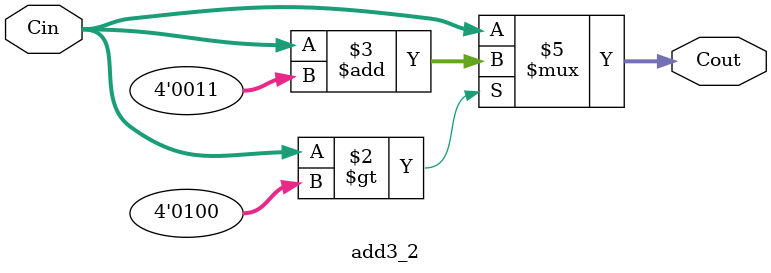
<source format=sv>
module add3_2(
    input  [3:0] Cin,
    output reg [3:0] Cout);
    
always @*
    begin
     if (Cin > 4'd4)
        Cout = Cin + 4'd3;
    else
        Cout = Cin;
    end
    
endmodule //Add3

</source>
